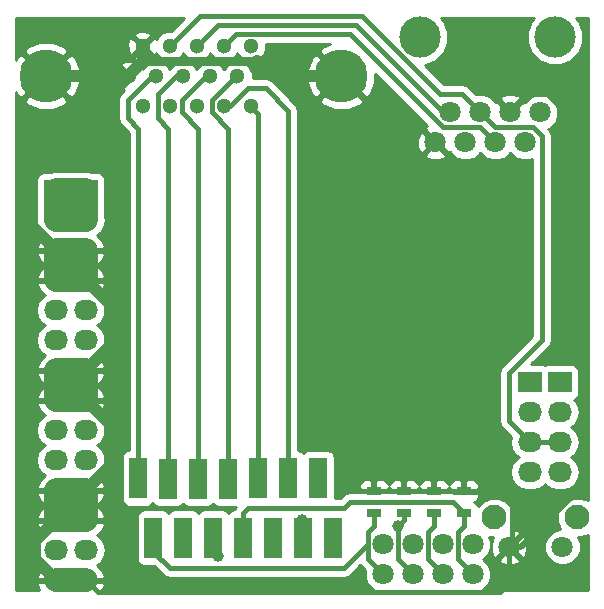
<source format=gtl>
G04 #@! TF.FileFunction,Copper,L1,Top,Signal*
%FSLAX46Y46*%
G04 Gerber Fmt 4.6, Leading zero omitted, Abs format (unit mm)*
G04 Created by KiCad (PCBNEW 4.0.0-2.201512091501+6195~38~ubuntu14.04.1-stable) date Wed 16 Dec 2015 16:01:55 GMT*
%MOMM*%
G01*
G04 APERTURE LIST*
%ADD10C,0.100000*%
%ADD11C,1.800000*%
%ADD12C,3.500000*%
%ADD13R,1.300000X0.700000*%
%ADD14C,2.100000*%
%ADD15C,1.300000*%
%ADD16C,4.500000*%
%ADD17R,2.032000X1.727200*%
%ADD18O,2.032000X1.727200*%
%ADD19R,1.500000X3.500000*%
%ADD20C,0.889000*%
%ADD21C,1.000000*%
%ADD22C,1.016000*%
%ADD23C,0.508000*%
%ADD24C,0.381000*%
%ADD25C,2.000000*%
%ADD26C,0.762000*%
%ADD27C,0.254000*%
G04 APERTURE END LIST*
D10*
D11*
X142621000Y-108712000D03*
X140081000Y-108712000D03*
X145161000Y-108712000D03*
X137541000Y-108712000D03*
X138811000Y-111252000D03*
X136271000Y-111252000D03*
X141351000Y-111252000D03*
X143891000Y-111252000D03*
D12*
X135001000Y-102362000D03*
X146431000Y-102362000D03*
D13*
X131064000Y-142682000D03*
X131064000Y-140782000D03*
X133604000Y-142682000D03*
X133604000Y-140782000D03*
X136144000Y-142682000D03*
X136144000Y-140782000D03*
X138684000Y-142682000D03*
X138684000Y-140782000D03*
D11*
X142530000Y-145522000D03*
X147030000Y-145522000D03*
D14*
X141280000Y-143022000D03*
X148280000Y-143022000D03*
D11*
X136906000Y-147828000D03*
X139446000Y-147828000D03*
X134366000Y-147828000D03*
X131826000Y-147828000D03*
X139446000Y-145288000D03*
X136906000Y-145288000D03*
X134366000Y-145288000D03*
X131826000Y-145288000D03*
D15*
X120654000Y-103124000D03*
X118364000Y-103124000D03*
X116074000Y-103124000D03*
X113784000Y-103124000D03*
X111494000Y-103124000D03*
X119514000Y-105664000D03*
X117224000Y-105664000D03*
X114934000Y-105664000D03*
X112644000Y-105664000D03*
X110354000Y-105664000D03*
X120654000Y-108204000D03*
X118364000Y-108204000D03*
X116074000Y-108204000D03*
X113784000Y-108204000D03*
X111494000Y-108204000D03*
D16*
X103329000Y-105664000D03*
X128319000Y-105664000D03*
D17*
X104140000Y-115316000D03*
D18*
X104140000Y-117856000D03*
X104140000Y-120396000D03*
X104140000Y-122936000D03*
X104140000Y-125476000D03*
X104140000Y-128016000D03*
X104140000Y-130556000D03*
X104140000Y-133096000D03*
X104140000Y-135636000D03*
X104140000Y-138176000D03*
X104140000Y-140716000D03*
X104140000Y-143256000D03*
X104140000Y-145796000D03*
X104140000Y-148336000D03*
D17*
X106680000Y-115316000D03*
D18*
X106680000Y-117856000D03*
X106680000Y-120396000D03*
X106680000Y-122936000D03*
X106680000Y-125476000D03*
X106680000Y-128016000D03*
X106680000Y-130556000D03*
X106680000Y-133096000D03*
X106680000Y-135636000D03*
X106680000Y-138176000D03*
X106680000Y-140716000D03*
X106680000Y-143256000D03*
X106680000Y-145796000D03*
X106680000Y-148336000D03*
D19*
X111125000Y-139700000D03*
X112395000Y-144740000D03*
X113665000Y-139740000D03*
X114935000Y-144740000D03*
X116205000Y-139740000D03*
X117475000Y-144740000D03*
X118745000Y-139740000D03*
X120015000Y-144740000D03*
X121285000Y-139700000D03*
X122555000Y-144740000D03*
X123825000Y-139700000D03*
X125095000Y-144780000D03*
X126365000Y-139700000D03*
X127635000Y-144780000D03*
D17*
X146812000Y-131572000D03*
D18*
X146812000Y-134112000D03*
X146812000Y-136652000D03*
X146812000Y-139192000D03*
D17*
X144272000Y-131572000D03*
D18*
X144272000Y-134112000D03*
X144272000Y-136652000D03*
X144272000Y-139192000D03*
D20*
X142748000Y-119634000D03*
X146558000Y-119634000D03*
D21*
X133096000Y-143764000D03*
X114935000Y-144740000D03*
X117856000Y-146304000D03*
X122555000Y-144740000D03*
X124968000Y-143256000D03*
X126365000Y-139700000D03*
X127635000Y-144780000D03*
D22*
X110354000Y-105664000D02*
X101600000Y-114418000D01*
X101600000Y-114418000D02*
X101600000Y-117856000D01*
X104140000Y-143256000D02*
X102362000Y-145034000D01*
X102362000Y-146558000D02*
X104140000Y-148336000D01*
X102362000Y-145034000D02*
X102362000Y-146558000D01*
X106680000Y-140716000D02*
X108712000Y-138684000D01*
X108712000Y-135128000D02*
X106680000Y-133096000D01*
X108712000Y-138684000D02*
X108712000Y-135128000D01*
X106680000Y-122936000D02*
X108712000Y-124968000D01*
X108712000Y-128524000D02*
X106680000Y-130556000D01*
X108712000Y-124968000D02*
X108712000Y-128524000D01*
X101600000Y-117856000D02*
X104140000Y-120396000D01*
X111494000Y-103124000D02*
X111494000Y-104394000D01*
X111494000Y-104394000D02*
X110354000Y-105534000D01*
X110354000Y-105534000D02*
X110354000Y-105664000D01*
D23*
X142621000Y-108712000D02*
X144145000Y-107188000D01*
X143530000Y-145522000D02*
X142530000Y-145522000D01*
X149098000Y-139954000D02*
X143530000Y-145522000D01*
X149098000Y-119634000D02*
X149098000Y-139954000D01*
X149098000Y-116586000D02*
X149098000Y-119634000D01*
X149098000Y-110490000D02*
X149098000Y-116586000D01*
X145796000Y-107188000D02*
X149098000Y-110490000D01*
X144145000Y-107188000D02*
X145796000Y-107188000D01*
D24*
X136144000Y-140782000D02*
X138684000Y-140782000D01*
X138684000Y-140782000D02*
X141798000Y-140782000D01*
X142748000Y-141732000D02*
X142748000Y-145304000D01*
X141798000Y-140782000D02*
X142748000Y-141732000D01*
X142748000Y-145304000D02*
X142530000Y-145522000D01*
X131064000Y-140782000D02*
X133604000Y-140782000D01*
X133604000Y-140782000D02*
X136144000Y-140782000D01*
X106680000Y-148336000D02*
X107696000Y-149352000D01*
X142530000Y-148554000D02*
X142530000Y-145522000D01*
X141732000Y-149352000D02*
X142530000Y-148554000D01*
X107696000Y-149352000D02*
X141732000Y-149352000D01*
D25*
X104140000Y-140716000D02*
X106680000Y-143256000D01*
X104140000Y-140716000D02*
X104140000Y-143256000D01*
X104140000Y-130556000D02*
X106680000Y-133096000D01*
X104140000Y-130556000D02*
X104140000Y-133096000D01*
X104140000Y-120396000D02*
X106680000Y-122936000D01*
X104140000Y-120396000D02*
X104140000Y-122936000D01*
X106680000Y-120396000D02*
X104140000Y-120396000D01*
X106680000Y-122936000D02*
X106680000Y-120396000D01*
X104140000Y-122936000D02*
X106680000Y-122936000D01*
X106680000Y-130556000D02*
X104140000Y-130556000D01*
X106680000Y-133096000D02*
X106680000Y-130556000D01*
X104140000Y-133096000D02*
X106680000Y-133096000D01*
X106680000Y-140716000D02*
X104140000Y-140716000D01*
X106680000Y-143256000D02*
X106680000Y-140716000D01*
X104140000Y-143256000D02*
X106680000Y-143256000D01*
X106680000Y-148336000D02*
X104140000Y-148336000D01*
D22*
X122428000Y-105664000D02*
X128319000Y-105664000D01*
D26*
X111494000Y-104394000D02*
X121158000Y-104394000D01*
D22*
X121158000Y-104394000D02*
X122428000Y-105664000D01*
X103329000Y-105664000D02*
X110354000Y-105664000D01*
D24*
X142748000Y-117602000D02*
X142748000Y-119634000D01*
X136271000Y-111252000D02*
X142748000Y-117602000D01*
X149098000Y-119634000D02*
X146558000Y-119634000D01*
D25*
X104140000Y-115316000D02*
X106680000Y-117856000D01*
X106680000Y-117856000D02*
X106680000Y-117856000D01*
X106680000Y-117856000D02*
X106680000Y-115316000D01*
X104140000Y-117856000D02*
X106680000Y-117856000D01*
X104140000Y-117856000D02*
X104140000Y-115316000D01*
X106680000Y-115316000D02*
X104140000Y-115316000D01*
D24*
X111125000Y-139700000D02*
X111125000Y-110109000D01*
X110236000Y-107696000D02*
X112268000Y-105664000D01*
X110236000Y-109220000D02*
X110236000Y-107696000D01*
X111125000Y-110109000D02*
X110236000Y-109220000D01*
X112268000Y-105664000D02*
X112644000Y-105664000D01*
X112395000Y-144740000D02*
X112395000Y-145923000D01*
X112395000Y-145923000D02*
X113792000Y-147320000D01*
X113792000Y-147320000D02*
X128524000Y-147320000D01*
X128524000Y-147320000D02*
X130556000Y-145288000D01*
X131064000Y-143764000D02*
X130556000Y-144272000D01*
X130556000Y-144272000D02*
X130556000Y-145288000D01*
X130556000Y-145288000D02*
X130556000Y-146558000D01*
X130556000Y-146558000D02*
X131826000Y-147828000D01*
X131064000Y-142682000D02*
X131064000Y-143764000D01*
X113665000Y-139740000D02*
X113665000Y-110109000D01*
X112776000Y-107188000D02*
X114300000Y-105664000D01*
X112776000Y-109220000D02*
X112776000Y-107188000D01*
X113665000Y-110109000D02*
X112776000Y-109220000D01*
X114300000Y-105664000D02*
X114934000Y-105664000D01*
X133604000Y-143256000D02*
X133096000Y-143764000D01*
X133096000Y-143764000D02*
X133096000Y-146558000D01*
X133096000Y-146558000D02*
X134366000Y-147828000D01*
X133604000Y-142682000D02*
X133604000Y-143256000D01*
X116840000Y-105664000D02*
X114808000Y-107696000D01*
X116205000Y-110109000D02*
X114808000Y-108712000D01*
X114808000Y-108712000D02*
X114808000Y-107696000D01*
X116205000Y-110109000D02*
X116205000Y-139740000D01*
X116840000Y-105664000D02*
X117224000Y-105664000D01*
X117475000Y-145923000D02*
X117856000Y-146304000D01*
X117475000Y-144740000D02*
X117475000Y-145923000D01*
X135636000Y-146558000D02*
X136906000Y-147828000D01*
X135636000Y-144272000D02*
X135636000Y-146558000D01*
X136144000Y-143764000D02*
X135636000Y-144272000D01*
X136144000Y-142682000D02*
X136144000Y-143764000D01*
X118745000Y-139740000D02*
X118745000Y-110109000D01*
X117348000Y-107696000D02*
X119380000Y-105664000D01*
X117348000Y-108712000D02*
X117348000Y-107696000D01*
X118745000Y-110109000D02*
X117348000Y-108712000D01*
X119380000Y-105664000D02*
X119514000Y-105664000D01*
X120396000Y-142240000D02*
X128524000Y-142240000D01*
X120015000Y-142621000D02*
X120396000Y-142240000D01*
X120015000Y-144740000D02*
X120015000Y-142621000D01*
X137734000Y-141732000D02*
X138684000Y-142682000D01*
X129032000Y-141732000D02*
X137734000Y-141732000D01*
X128524000Y-142240000D02*
X129032000Y-141732000D01*
X138684000Y-143764000D02*
X138176000Y-144272000D01*
X138176000Y-144272000D02*
X138176000Y-146558000D01*
X138176000Y-146558000D02*
X139446000Y-147828000D01*
X138684000Y-142682000D02*
X138684000Y-143764000D01*
X121285000Y-139700000D02*
X121285000Y-108835000D01*
X121285000Y-108835000D02*
X120654000Y-108204000D01*
X123825000Y-139700000D02*
X123825000Y-108585000D01*
X120396000Y-106680000D02*
X118872000Y-108204000D01*
X121920000Y-106680000D02*
X120396000Y-106680000D01*
X123825000Y-108585000D02*
X121920000Y-106680000D01*
X118872000Y-108204000D02*
X118364000Y-108204000D01*
X125095000Y-143383000D02*
X124968000Y-143256000D01*
X140081000Y-109982000D02*
X141351000Y-111252000D01*
X129032000Y-102108000D02*
X119380000Y-102108000D01*
X136906000Y-109982000D02*
X129032000Y-102108000D01*
X118364000Y-103124000D02*
X119380000Y-102108000D01*
X136906000Y-109982000D02*
X140081000Y-109982000D01*
X116332000Y-100584000D02*
X130048000Y-100584000D01*
X130048000Y-100584000D02*
X136652000Y-107188000D01*
X136652000Y-107188000D02*
X138557000Y-107188000D01*
X138557000Y-107188000D02*
X140081000Y-108712000D01*
X113792000Y-103124000D02*
X116332000Y-100584000D01*
X146812000Y-136652000D02*
X144272000Y-136652000D01*
X145288000Y-110744000D02*
X144526000Y-109982000D01*
X144526000Y-109982000D02*
X141351000Y-109982000D01*
X141351000Y-109982000D02*
X140081000Y-108712000D01*
X144272000Y-136652000D02*
X142494000Y-134874000D01*
X142494000Y-130810000D02*
X145288000Y-128016000D01*
X142494000Y-134874000D02*
X142494000Y-130810000D01*
X145288000Y-128016000D02*
X145288000Y-110744000D01*
X117856000Y-101346000D02*
X116074000Y-103124000D01*
X129540000Y-101346000D02*
X117856000Y-101346000D01*
X136906000Y-108712000D02*
X129540000Y-101346000D01*
X137541000Y-108712000D02*
X136906000Y-108712000D01*
D27*
G36*
X113909458Y-101839108D02*
X113529519Y-101838777D01*
X113057057Y-102033995D01*
X112695265Y-102395155D01*
X112645891Y-102514060D01*
X112623611Y-102460271D01*
X112393016Y-102404590D01*
X111673605Y-103124000D01*
X112393016Y-103843410D01*
X112623611Y-103787729D01*
X112643847Y-103729577D01*
X112693995Y-103850943D01*
X113055155Y-104212735D01*
X113527276Y-104408777D01*
X114038481Y-104409223D01*
X114510943Y-104214005D01*
X114872735Y-103852845D01*
X114928896Y-103717594D01*
X114983995Y-103850943D01*
X115345155Y-104212735D01*
X115817276Y-104408777D01*
X116328481Y-104409223D01*
X116800943Y-104214005D01*
X117162735Y-103852845D01*
X117218896Y-103717594D01*
X117273995Y-103850943D01*
X117635155Y-104212735D01*
X118107276Y-104408777D01*
X118618481Y-104409223D01*
X119090943Y-104214005D01*
X119452735Y-103852845D01*
X119508896Y-103717594D01*
X119563995Y-103850943D01*
X119925155Y-104212735D01*
X120397276Y-104408777D01*
X120908481Y-104409223D01*
X121380943Y-104214005D01*
X121742735Y-103852845D01*
X121938777Y-103380724D01*
X121939167Y-102933500D01*
X127366323Y-102933500D01*
X126694375Y-103211831D01*
X126443138Y-103608533D01*
X128319000Y-105484395D01*
X128333143Y-105470253D01*
X128512748Y-105649858D01*
X128498605Y-105664000D01*
X130374467Y-107539862D01*
X130771169Y-107288625D01*
X131206227Y-106226554D01*
X131203171Y-105446605D01*
X135608931Y-109852364D01*
X135456852Y-109915357D01*
X135370446Y-110171841D01*
X136271000Y-111072395D01*
X136285143Y-111058253D01*
X136464748Y-111237858D01*
X136450605Y-111252000D01*
X137351159Y-112152554D01*
X137501327Y-112101965D01*
X137508932Y-112120371D01*
X137940357Y-112552551D01*
X138504330Y-112786733D01*
X139114991Y-112787265D01*
X139679371Y-112554068D01*
X140081323Y-112152818D01*
X140480357Y-112552551D01*
X141044330Y-112786733D01*
X141654991Y-112787265D01*
X142219371Y-112554068D01*
X142621323Y-112152818D01*
X143020357Y-112552551D01*
X143584330Y-112786733D01*
X144194991Y-112787265D01*
X144462500Y-112676733D01*
X144462500Y-127674067D01*
X141910283Y-130226283D01*
X141731337Y-130494094D01*
X141731337Y-130494095D01*
X141668500Y-130810000D01*
X141668500Y-134874000D01*
X141731337Y-135189906D01*
X141910283Y-135457717D01*
X142674250Y-136221684D01*
X142588655Y-136652000D01*
X142702729Y-137225489D01*
X143027585Y-137711670D01*
X143342366Y-137922000D01*
X143027585Y-138132330D01*
X142702729Y-138618511D01*
X142588655Y-139192000D01*
X142702729Y-139765489D01*
X143027585Y-140251670D01*
X143513766Y-140576526D01*
X144087255Y-140690600D01*
X144456745Y-140690600D01*
X145030234Y-140576526D01*
X145516415Y-140251670D01*
X145542000Y-140213379D01*
X145567585Y-140251670D01*
X146053766Y-140576526D01*
X146627255Y-140690600D01*
X146996745Y-140690600D01*
X147570234Y-140576526D01*
X148056415Y-140251670D01*
X148381271Y-139765489D01*
X148495345Y-139192000D01*
X148381271Y-138618511D01*
X148056415Y-138132330D01*
X147741634Y-137922000D01*
X148056415Y-137711670D01*
X148381271Y-137225489D01*
X148495345Y-136652000D01*
X148381271Y-136078511D01*
X148056415Y-135592330D01*
X147741634Y-135382000D01*
X148056415Y-135171670D01*
X148381271Y-134685489D01*
X148495345Y-134112000D01*
X148381271Y-133538511D01*
X148056415Y-133052330D01*
X148042087Y-133042757D01*
X148063317Y-133038762D01*
X148279441Y-132899690D01*
X148424431Y-132687490D01*
X148475440Y-132435600D01*
X148475440Y-130708400D01*
X148431162Y-130473083D01*
X148292090Y-130256959D01*
X148079890Y-130111969D01*
X147828000Y-130060960D01*
X145796000Y-130060960D01*
X145560683Y-130105238D01*
X145544901Y-130115393D01*
X145539890Y-130111969D01*
X145288000Y-130060960D01*
X144410474Y-130060960D01*
X145871714Y-128599719D01*
X145871717Y-128599717D01*
X146050663Y-128331905D01*
X146113501Y-128016000D01*
X146113500Y-128015995D01*
X146113500Y-110744005D01*
X146113501Y-110744000D01*
X146050663Y-110428095D01*
X145999448Y-110351446D01*
X145871717Y-110160283D01*
X145871714Y-110160281D01*
X145814347Y-110102914D01*
X146029371Y-110014068D01*
X146461551Y-109582643D01*
X146695733Y-109018670D01*
X146696265Y-108408009D01*
X146463068Y-107843629D01*
X146031643Y-107411449D01*
X145467670Y-107177267D01*
X144857009Y-107176735D01*
X144292629Y-107409932D01*
X143860449Y-107841357D01*
X143851797Y-107862194D01*
X143701159Y-107811446D01*
X142800605Y-108712000D01*
X142814748Y-108726143D01*
X142635143Y-108905748D01*
X142621000Y-108891605D01*
X142606858Y-108905748D01*
X142427253Y-108726143D01*
X142441395Y-108712000D01*
X141540841Y-107811446D01*
X141390673Y-107862035D01*
X141383068Y-107843629D01*
X141171650Y-107631841D01*
X141720446Y-107631841D01*
X142621000Y-108532395D01*
X143521554Y-107631841D01*
X143435148Y-107375357D01*
X142861664Y-107165542D01*
X142251540Y-107191161D01*
X141806852Y-107375357D01*
X141720446Y-107631841D01*
X141171650Y-107631841D01*
X140951643Y-107411449D01*
X140387670Y-107177267D01*
X139777009Y-107176735D01*
X139731834Y-107195401D01*
X139140717Y-106604283D01*
X138872906Y-106425337D01*
X138557000Y-106362500D01*
X136993933Y-106362500D01*
X135378764Y-104747330D01*
X135473325Y-104747413D01*
X136350229Y-104385084D01*
X137021726Y-103714758D01*
X137385585Y-102838487D01*
X137386413Y-101889675D01*
X137024084Y-101012771D01*
X136772752Y-100761000D01*
X144658950Y-100761000D01*
X144410274Y-101009242D01*
X144046415Y-101885513D01*
X144045587Y-102834325D01*
X144407916Y-103711229D01*
X145078242Y-104382726D01*
X145954513Y-104746585D01*
X146903325Y-104747413D01*
X147780229Y-104385084D01*
X148451726Y-103714758D01*
X148815585Y-102838487D01*
X148816413Y-101889675D01*
X148454084Y-101012771D01*
X148202752Y-100761000D01*
X149175000Y-100761000D01*
X149175000Y-141569146D01*
X148616638Y-141337293D01*
X147946303Y-141336708D01*
X147326771Y-141592694D01*
X146852360Y-142066278D01*
X146595293Y-142685362D01*
X146594708Y-143355697D01*
X146850694Y-143975229D01*
X146862298Y-143986854D01*
X146726009Y-143986735D01*
X146161629Y-144219932D01*
X145729449Y-144651357D01*
X145495267Y-145215330D01*
X145494735Y-145825991D01*
X145727932Y-146390371D01*
X146159357Y-146822551D01*
X146723330Y-147056733D01*
X147333991Y-147057265D01*
X147898371Y-146824068D01*
X148330551Y-146392643D01*
X148564733Y-145828670D01*
X148565265Y-145218009D01*
X148354148Y-144707065D01*
X148613697Y-144707292D01*
X149175000Y-144475366D01*
X149175000Y-149175000D01*
X140205627Y-149175000D01*
X140314371Y-149130068D01*
X140746551Y-148698643D01*
X140980733Y-148134670D01*
X140981265Y-147524009D01*
X140748068Y-146959629D01*
X140391223Y-146602159D01*
X141629446Y-146602159D01*
X141715852Y-146858643D01*
X142289336Y-147068458D01*
X142899460Y-147042839D01*
X143344148Y-146858643D01*
X143430554Y-146602159D01*
X142530000Y-145701605D01*
X141629446Y-146602159D01*
X140391223Y-146602159D01*
X140346818Y-146557677D01*
X140746551Y-146158643D01*
X140980733Y-145594670D01*
X140981265Y-144984009D01*
X140850806Y-144668274D01*
X140943362Y-144706707D01*
X141196101Y-144706928D01*
X141193357Y-144707852D01*
X140983542Y-145281336D01*
X141009161Y-145891460D01*
X141193357Y-146336148D01*
X141449841Y-146422554D01*
X142350395Y-145522000D01*
X142709605Y-145522000D01*
X143610159Y-146422554D01*
X143866643Y-146336148D01*
X144076458Y-145762664D01*
X144050839Y-145152540D01*
X143866643Y-144707852D01*
X143610159Y-144621446D01*
X142709605Y-145522000D01*
X142350395Y-145522000D01*
X142336253Y-145507858D01*
X142515858Y-145328253D01*
X142530000Y-145342395D01*
X143430554Y-144441841D01*
X143344148Y-144185357D01*
X142770664Y-143975542D01*
X142707152Y-143978209D01*
X142707640Y-143977722D01*
X142964707Y-143358638D01*
X142965292Y-142688303D01*
X142709306Y-142068771D01*
X142235722Y-141594360D01*
X141616638Y-141337293D01*
X140946303Y-141336708D01*
X140326771Y-141592694D01*
X139892081Y-142026626D01*
X139798090Y-141880559D01*
X139585890Y-141735569D01*
X139552510Y-141728809D01*
X139693699Y-141670327D01*
X139872327Y-141491698D01*
X139969000Y-141258309D01*
X139969000Y-141067750D01*
X139810250Y-140909000D01*
X138811000Y-140909000D01*
X138811000Y-140929000D01*
X138557000Y-140929000D01*
X138557000Y-140909000D01*
X137746568Y-140909000D01*
X137734000Y-140906500D01*
X129032000Y-140906500D01*
X128716095Y-140969337D01*
X128448283Y-141148283D01*
X128448281Y-141148286D01*
X128182066Y-141414500D01*
X127762440Y-141414500D01*
X127762440Y-140305691D01*
X129779000Y-140305691D01*
X129779000Y-140496250D01*
X129937750Y-140655000D01*
X130937000Y-140655000D01*
X130937000Y-139955750D01*
X131191000Y-139955750D01*
X131191000Y-140655000D01*
X132190250Y-140655000D01*
X132334000Y-140511250D01*
X132477750Y-140655000D01*
X133477000Y-140655000D01*
X133477000Y-139955750D01*
X133731000Y-139955750D01*
X133731000Y-140655000D01*
X134730250Y-140655000D01*
X134874000Y-140511250D01*
X135017750Y-140655000D01*
X136017000Y-140655000D01*
X136017000Y-139955750D01*
X136271000Y-139955750D01*
X136271000Y-140655000D01*
X137270250Y-140655000D01*
X137414000Y-140511250D01*
X137557750Y-140655000D01*
X138557000Y-140655000D01*
X138557000Y-139955750D01*
X138811000Y-139955750D01*
X138811000Y-140655000D01*
X139810250Y-140655000D01*
X139969000Y-140496250D01*
X139969000Y-140305691D01*
X139872327Y-140072302D01*
X139693699Y-139893673D01*
X139460310Y-139797000D01*
X138969750Y-139797000D01*
X138811000Y-139955750D01*
X138557000Y-139955750D01*
X138398250Y-139797000D01*
X137907690Y-139797000D01*
X137674301Y-139893673D01*
X137495673Y-140072302D01*
X137414000Y-140269478D01*
X137332327Y-140072302D01*
X137153699Y-139893673D01*
X136920310Y-139797000D01*
X136429750Y-139797000D01*
X136271000Y-139955750D01*
X136017000Y-139955750D01*
X135858250Y-139797000D01*
X135367690Y-139797000D01*
X135134301Y-139893673D01*
X134955673Y-140072302D01*
X134874000Y-140269478D01*
X134792327Y-140072302D01*
X134613699Y-139893673D01*
X134380310Y-139797000D01*
X133889750Y-139797000D01*
X133731000Y-139955750D01*
X133477000Y-139955750D01*
X133318250Y-139797000D01*
X132827690Y-139797000D01*
X132594301Y-139893673D01*
X132415673Y-140072302D01*
X132334000Y-140269478D01*
X132252327Y-140072302D01*
X132073699Y-139893673D01*
X131840310Y-139797000D01*
X131349750Y-139797000D01*
X131191000Y-139955750D01*
X130937000Y-139955750D01*
X130778250Y-139797000D01*
X130287690Y-139797000D01*
X130054301Y-139893673D01*
X129875673Y-140072302D01*
X129779000Y-140305691D01*
X127762440Y-140305691D01*
X127762440Y-137950000D01*
X127718162Y-137714683D01*
X127579090Y-137498559D01*
X127366890Y-137353569D01*
X127115000Y-137302560D01*
X125615000Y-137302560D01*
X125379683Y-137346838D01*
X125163559Y-137485910D01*
X125095266Y-137585860D01*
X125039090Y-137498559D01*
X124826890Y-137353569D01*
X124650500Y-137317849D01*
X124650500Y-112332159D01*
X135370446Y-112332159D01*
X135456852Y-112588643D01*
X136030336Y-112798458D01*
X136640460Y-112772839D01*
X137085148Y-112588643D01*
X137171554Y-112332159D01*
X136271000Y-111431605D01*
X135370446Y-112332159D01*
X124650500Y-112332159D01*
X124650500Y-111011336D01*
X134724542Y-111011336D01*
X134750161Y-111621460D01*
X134934357Y-112066148D01*
X135190841Y-112152554D01*
X136091395Y-111252000D01*
X135190841Y-110351446D01*
X134934357Y-110437852D01*
X134724542Y-111011336D01*
X124650500Y-111011336D01*
X124650500Y-108585005D01*
X124650501Y-108585000D01*
X124587663Y-108269095D01*
X124408717Y-108001283D01*
X124126901Y-107719467D01*
X126443138Y-107719467D01*
X126694375Y-108116169D01*
X127756446Y-108551227D01*
X128904162Y-108546730D01*
X129943625Y-108116169D01*
X130194862Y-107719467D01*
X128319000Y-105843605D01*
X126443138Y-107719467D01*
X124126901Y-107719467D01*
X122503717Y-106096283D01*
X122235906Y-105917337D01*
X121920000Y-105854500D01*
X120798835Y-105854500D01*
X120799223Y-105409519D01*
X120671930Y-105101446D01*
X125431773Y-105101446D01*
X125436270Y-106249162D01*
X125866831Y-107288625D01*
X126263533Y-107539862D01*
X128139395Y-105664000D01*
X126263533Y-103788138D01*
X125866831Y-104039375D01*
X125431773Y-105101446D01*
X120671930Y-105101446D01*
X120604005Y-104937057D01*
X120242845Y-104575265D01*
X119770724Y-104379223D01*
X119259519Y-104378777D01*
X118787057Y-104573995D01*
X118425265Y-104935155D01*
X118369104Y-105070406D01*
X118314005Y-104937057D01*
X117952845Y-104575265D01*
X117480724Y-104379223D01*
X116969519Y-104378777D01*
X116497057Y-104573995D01*
X116135265Y-104935155D01*
X116079104Y-105070406D01*
X116024005Y-104937057D01*
X115662845Y-104575265D01*
X115190724Y-104379223D01*
X114679519Y-104378777D01*
X114207057Y-104573995D01*
X113845265Y-104935155D01*
X113811390Y-105016734D01*
X113776547Y-105040016D01*
X113734005Y-104937057D01*
X113372845Y-104575265D01*
X112900724Y-104379223D01*
X112389519Y-104378777D01*
X111917057Y-104573995D01*
X111555265Y-104935155D01*
X111505891Y-105054060D01*
X111483611Y-105000271D01*
X111253016Y-104944590D01*
X110533605Y-105664000D01*
X110547748Y-105678142D01*
X110368142Y-105857748D01*
X110354000Y-105843605D01*
X109634590Y-106563016D01*
X109690271Y-106793611D01*
X109898495Y-106866071D01*
X109652283Y-107112283D01*
X109473337Y-107380094D01*
X109425561Y-107620283D01*
X109410500Y-107696000D01*
X109410500Y-109220000D01*
X109473337Y-109535906D01*
X109652283Y-109803717D01*
X110299500Y-110450934D01*
X110299500Y-137316766D01*
X110139683Y-137346838D01*
X109923559Y-137485910D01*
X109778569Y-137698110D01*
X109727560Y-137950000D01*
X109727560Y-141450000D01*
X109771838Y-141685317D01*
X109910910Y-141901441D01*
X110123110Y-142046431D01*
X110375000Y-142097440D01*
X111875000Y-142097440D01*
X112110317Y-142053162D01*
X112326441Y-141914090D01*
X112381478Y-141833541D01*
X112450910Y-141941441D01*
X112663110Y-142086431D01*
X112915000Y-142137440D01*
X114415000Y-142137440D01*
X114650317Y-142093162D01*
X114866441Y-141954090D01*
X114934734Y-141854140D01*
X114990910Y-141941441D01*
X115203110Y-142086431D01*
X115455000Y-142137440D01*
X116955000Y-142137440D01*
X117190317Y-142093162D01*
X117406441Y-141954090D01*
X117474734Y-141854140D01*
X117530910Y-141941441D01*
X117743110Y-142086431D01*
X117995000Y-142137440D01*
X119364360Y-142137440D01*
X119252337Y-142305094D01*
X119244102Y-142346492D01*
X119029683Y-142386838D01*
X118813559Y-142525910D01*
X118745266Y-142625860D01*
X118689090Y-142538559D01*
X118476890Y-142393569D01*
X118225000Y-142342560D01*
X116725000Y-142342560D01*
X116489683Y-142386838D01*
X116273559Y-142525910D01*
X116205266Y-142625860D01*
X116149090Y-142538559D01*
X115936890Y-142393569D01*
X115685000Y-142342560D01*
X114185000Y-142342560D01*
X113949683Y-142386838D01*
X113733559Y-142525910D01*
X113665266Y-142625860D01*
X113609090Y-142538559D01*
X113396890Y-142393569D01*
X113145000Y-142342560D01*
X111645000Y-142342560D01*
X111409683Y-142386838D01*
X111193559Y-142525910D01*
X111048569Y-142738110D01*
X110997560Y-142990000D01*
X110997560Y-146490000D01*
X111041838Y-146725317D01*
X111180910Y-146941441D01*
X111393110Y-147086431D01*
X111645000Y-147137440D01*
X112442006Y-147137440D01*
X113208281Y-147903714D01*
X113208283Y-147903717D01*
X113317920Y-147976974D01*
X113476094Y-148082663D01*
X113792000Y-148145500D01*
X128524000Y-148145500D01*
X128839906Y-148082663D01*
X129107717Y-147903717D01*
X129931201Y-147080233D01*
X129972283Y-147141717D01*
X130309056Y-147478490D01*
X130291267Y-147521330D01*
X130290735Y-148131991D01*
X130523932Y-148696371D01*
X130955357Y-149128551D01*
X131067219Y-149175000D01*
X108061097Y-149175000D01*
X108284709Y-148710791D01*
X108287358Y-148695026D01*
X108166217Y-148463000D01*
X106807000Y-148463000D01*
X106807000Y-148483000D01*
X106553000Y-148483000D01*
X106553000Y-148463000D01*
X104267000Y-148463000D01*
X104267000Y-148483000D01*
X104013000Y-148483000D01*
X104013000Y-148463000D01*
X102653783Y-148463000D01*
X102532642Y-148695026D01*
X102535291Y-148710791D01*
X102758903Y-149175000D01*
X100761000Y-149175000D01*
X100761000Y-145796000D01*
X102456655Y-145796000D01*
X102570729Y-146369489D01*
X102895585Y-146855670D01*
X103205069Y-147062461D01*
X102789268Y-147433964D01*
X102535291Y-147961209D01*
X102532642Y-147976974D01*
X102653783Y-148209000D01*
X104013000Y-148209000D01*
X104013000Y-148189000D01*
X104267000Y-148189000D01*
X104267000Y-148209000D01*
X106553000Y-148209000D01*
X106553000Y-148189000D01*
X106807000Y-148189000D01*
X106807000Y-148209000D01*
X108166217Y-148209000D01*
X108287358Y-147976974D01*
X108284709Y-147961209D01*
X108030732Y-147433964D01*
X107614931Y-147062461D01*
X107924415Y-146855670D01*
X108249271Y-146369489D01*
X108363345Y-145796000D01*
X108249271Y-145222511D01*
X107924415Y-144736330D01*
X107614931Y-144529539D01*
X108030732Y-144158036D01*
X108284709Y-143630791D01*
X108287358Y-143615026D01*
X108166217Y-143383000D01*
X106807000Y-143383000D01*
X106807000Y-143403000D01*
X106553000Y-143403000D01*
X106553000Y-143383000D01*
X104267000Y-143383000D01*
X104267000Y-143403000D01*
X104013000Y-143403000D01*
X104013000Y-143383000D01*
X102653783Y-143383000D01*
X102532642Y-143615026D01*
X102535291Y-143630791D01*
X102789268Y-144158036D01*
X103205069Y-144529539D01*
X102895585Y-144736330D01*
X102570729Y-145222511D01*
X102456655Y-145796000D01*
X100761000Y-145796000D01*
X100761000Y-141075026D01*
X102532642Y-141075026D01*
X102535291Y-141090791D01*
X102789268Y-141618036D01*
X103201108Y-141986000D01*
X102789268Y-142353964D01*
X102535291Y-142881209D01*
X102532642Y-142896974D01*
X102653783Y-143129000D01*
X104013000Y-143129000D01*
X104013000Y-140843000D01*
X104267000Y-140843000D01*
X104267000Y-143129000D01*
X106553000Y-143129000D01*
X106553000Y-140843000D01*
X106807000Y-140843000D01*
X106807000Y-143129000D01*
X108166217Y-143129000D01*
X108287358Y-142896974D01*
X108284709Y-142881209D01*
X108030732Y-142353964D01*
X107618892Y-141986000D01*
X108030732Y-141618036D01*
X108284709Y-141090791D01*
X108287358Y-141075026D01*
X108166217Y-140843000D01*
X106807000Y-140843000D01*
X106553000Y-140843000D01*
X104267000Y-140843000D01*
X104013000Y-140843000D01*
X102653783Y-140843000D01*
X102532642Y-141075026D01*
X100761000Y-141075026D01*
X100761000Y-135636000D01*
X102456655Y-135636000D01*
X102570729Y-136209489D01*
X102895585Y-136695670D01*
X103210366Y-136906000D01*
X102895585Y-137116330D01*
X102570729Y-137602511D01*
X102456655Y-138176000D01*
X102570729Y-138749489D01*
X102895585Y-139235670D01*
X103205069Y-139442461D01*
X102789268Y-139813964D01*
X102535291Y-140341209D01*
X102532642Y-140356974D01*
X102653783Y-140589000D01*
X104013000Y-140589000D01*
X104013000Y-140569000D01*
X104267000Y-140569000D01*
X104267000Y-140589000D01*
X106553000Y-140589000D01*
X106553000Y-140569000D01*
X106807000Y-140569000D01*
X106807000Y-140589000D01*
X108166217Y-140589000D01*
X108287358Y-140356974D01*
X108284709Y-140341209D01*
X108030732Y-139813964D01*
X107614931Y-139442461D01*
X107924415Y-139235670D01*
X108249271Y-138749489D01*
X108363345Y-138176000D01*
X108249271Y-137602511D01*
X107924415Y-137116330D01*
X107609634Y-136906000D01*
X107924415Y-136695670D01*
X108249271Y-136209489D01*
X108363345Y-135636000D01*
X108249271Y-135062511D01*
X107924415Y-134576330D01*
X107614931Y-134369539D01*
X108030732Y-133998036D01*
X108284709Y-133470791D01*
X108287358Y-133455026D01*
X108166217Y-133223000D01*
X106807000Y-133223000D01*
X106807000Y-133243000D01*
X106553000Y-133243000D01*
X106553000Y-133223000D01*
X104267000Y-133223000D01*
X104267000Y-133243000D01*
X104013000Y-133243000D01*
X104013000Y-133223000D01*
X102653783Y-133223000D01*
X102532642Y-133455026D01*
X102535291Y-133470791D01*
X102789268Y-133998036D01*
X103205069Y-134369539D01*
X102895585Y-134576330D01*
X102570729Y-135062511D01*
X102456655Y-135636000D01*
X100761000Y-135636000D01*
X100761000Y-130915026D01*
X102532642Y-130915026D01*
X102535291Y-130930791D01*
X102789268Y-131458036D01*
X103201108Y-131826000D01*
X102789268Y-132193964D01*
X102535291Y-132721209D01*
X102532642Y-132736974D01*
X102653783Y-132969000D01*
X104013000Y-132969000D01*
X104013000Y-130683000D01*
X104267000Y-130683000D01*
X104267000Y-132969000D01*
X106553000Y-132969000D01*
X106553000Y-130683000D01*
X106807000Y-130683000D01*
X106807000Y-132969000D01*
X108166217Y-132969000D01*
X108287358Y-132736974D01*
X108284709Y-132721209D01*
X108030732Y-132193964D01*
X107618892Y-131826000D01*
X108030732Y-131458036D01*
X108284709Y-130930791D01*
X108287358Y-130915026D01*
X108166217Y-130683000D01*
X106807000Y-130683000D01*
X106553000Y-130683000D01*
X104267000Y-130683000D01*
X104013000Y-130683000D01*
X102653783Y-130683000D01*
X102532642Y-130915026D01*
X100761000Y-130915026D01*
X100761000Y-125476000D01*
X102456655Y-125476000D01*
X102570729Y-126049489D01*
X102895585Y-126535670D01*
X103210366Y-126746000D01*
X102895585Y-126956330D01*
X102570729Y-127442511D01*
X102456655Y-128016000D01*
X102570729Y-128589489D01*
X102895585Y-129075670D01*
X103205069Y-129282461D01*
X102789268Y-129653964D01*
X102535291Y-130181209D01*
X102532642Y-130196974D01*
X102653783Y-130429000D01*
X104013000Y-130429000D01*
X104013000Y-130409000D01*
X104267000Y-130409000D01*
X104267000Y-130429000D01*
X106553000Y-130429000D01*
X106553000Y-130409000D01*
X106807000Y-130409000D01*
X106807000Y-130429000D01*
X108166217Y-130429000D01*
X108287358Y-130196974D01*
X108284709Y-130181209D01*
X108030732Y-129653964D01*
X107614931Y-129282461D01*
X107924415Y-129075670D01*
X108249271Y-128589489D01*
X108363345Y-128016000D01*
X108249271Y-127442511D01*
X107924415Y-126956330D01*
X107609634Y-126746000D01*
X107924415Y-126535670D01*
X108249271Y-126049489D01*
X108363345Y-125476000D01*
X108249271Y-124902511D01*
X107924415Y-124416330D01*
X107614931Y-124209539D01*
X108030732Y-123838036D01*
X108284709Y-123310791D01*
X108287358Y-123295026D01*
X108166217Y-123063000D01*
X106807000Y-123063000D01*
X106807000Y-123083000D01*
X106553000Y-123083000D01*
X106553000Y-123063000D01*
X104267000Y-123063000D01*
X104267000Y-123083000D01*
X104013000Y-123083000D01*
X104013000Y-123063000D01*
X102653783Y-123063000D01*
X102532642Y-123295026D01*
X102535291Y-123310791D01*
X102789268Y-123838036D01*
X103205069Y-124209539D01*
X102895585Y-124416330D01*
X102570729Y-124902511D01*
X102456655Y-125476000D01*
X100761000Y-125476000D01*
X100761000Y-120755026D01*
X102532642Y-120755026D01*
X102535291Y-120770791D01*
X102789268Y-121298036D01*
X103201108Y-121666000D01*
X102789268Y-122033964D01*
X102535291Y-122561209D01*
X102532642Y-122576974D01*
X102653783Y-122809000D01*
X104013000Y-122809000D01*
X104013000Y-120523000D01*
X104267000Y-120523000D01*
X104267000Y-122809000D01*
X106553000Y-122809000D01*
X106553000Y-120523000D01*
X106807000Y-120523000D01*
X106807000Y-122809000D01*
X108166217Y-122809000D01*
X108287358Y-122576974D01*
X108284709Y-122561209D01*
X108030732Y-122033964D01*
X107618892Y-121666000D01*
X108030732Y-121298036D01*
X108284709Y-120770791D01*
X108287358Y-120755026D01*
X108166217Y-120523000D01*
X106807000Y-120523000D01*
X106553000Y-120523000D01*
X104267000Y-120523000D01*
X104013000Y-120523000D01*
X102653783Y-120523000D01*
X102532642Y-120755026D01*
X100761000Y-120755026D01*
X100761000Y-117856000D01*
X102456655Y-117856000D01*
X102570729Y-118429489D01*
X102895585Y-118915670D01*
X102938670Y-118944459D01*
X102983880Y-119012120D01*
X103181086Y-119143889D01*
X102789268Y-119493964D01*
X102535291Y-120021209D01*
X102532642Y-120036974D01*
X102653783Y-120269000D01*
X104013000Y-120269000D01*
X104013000Y-120249000D01*
X104267000Y-120249000D01*
X104267000Y-120269000D01*
X106553000Y-120269000D01*
X106553000Y-120249000D01*
X106807000Y-120249000D01*
X106807000Y-120269000D01*
X108166217Y-120269000D01*
X108287358Y-120036974D01*
X108284709Y-120021209D01*
X108030732Y-119493964D01*
X107638914Y-119143889D01*
X107836120Y-119012120D01*
X107881330Y-118944459D01*
X107924415Y-118915670D01*
X108249271Y-118429489D01*
X108363345Y-117856000D01*
X108315000Y-117612953D01*
X108315000Y-116320041D01*
X108343440Y-116179600D01*
X108343440Y-114452400D01*
X108299162Y-114217083D01*
X108160090Y-114000959D01*
X107947890Y-113855969D01*
X107696000Y-113804960D01*
X107303188Y-113804960D01*
X106680000Y-113681000D01*
X104140005Y-113681000D01*
X104140000Y-113680999D01*
X103516811Y-113804960D01*
X103124000Y-113804960D01*
X102888683Y-113849238D01*
X102672559Y-113988310D01*
X102527569Y-114200510D01*
X102476560Y-114452400D01*
X102476560Y-116179600D01*
X102505000Y-116330745D01*
X102505000Y-117612953D01*
X102456655Y-117856000D01*
X100761000Y-117856000D01*
X100761000Y-107719467D01*
X101453138Y-107719467D01*
X101704375Y-108116169D01*
X102766446Y-108551227D01*
X103914162Y-108546730D01*
X104953625Y-108116169D01*
X105204862Y-107719467D01*
X103329000Y-105843605D01*
X101453138Y-107719467D01*
X100761000Y-107719467D01*
X100761000Y-107008985D01*
X100876831Y-107288625D01*
X101273533Y-107539862D01*
X103149395Y-105664000D01*
X103508605Y-105664000D01*
X105384467Y-107539862D01*
X105781169Y-107288625D01*
X106216227Y-106226554D01*
X106213314Y-105483078D01*
X109056378Y-105483078D01*
X109085917Y-105993428D01*
X109224389Y-106327729D01*
X109454984Y-106383410D01*
X110174395Y-105664000D01*
X109454984Y-104944590D01*
X109224389Y-105000271D01*
X109056378Y-105483078D01*
X106213314Y-105483078D01*
X106211730Y-105078838D01*
X106081728Y-104764984D01*
X109634590Y-104764984D01*
X110354000Y-105484395D01*
X111073410Y-104764984D01*
X111017729Y-104534389D01*
X110534922Y-104366378D01*
X110024572Y-104395917D01*
X109690271Y-104534389D01*
X109634590Y-104764984D01*
X106081728Y-104764984D01*
X105781169Y-104039375D01*
X105755339Y-104023016D01*
X110774590Y-104023016D01*
X110830271Y-104253611D01*
X111313078Y-104421622D01*
X111823428Y-104392083D01*
X112157729Y-104253611D01*
X112213410Y-104023016D01*
X111494000Y-103303605D01*
X110774590Y-104023016D01*
X105755339Y-104023016D01*
X105384467Y-103788138D01*
X103508605Y-105664000D01*
X103149395Y-105664000D01*
X101273533Y-103788138D01*
X100876831Y-104039375D01*
X100761000Y-104322144D01*
X100761000Y-103608533D01*
X101453138Y-103608533D01*
X103329000Y-105484395D01*
X105204862Y-103608533D01*
X104953625Y-103211831D01*
X104297541Y-102943078D01*
X110196378Y-102943078D01*
X110225917Y-103453428D01*
X110364389Y-103787729D01*
X110594984Y-103843410D01*
X111314395Y-103124000D01*
X110594984Y-102404590D01*
X110364389Y-102460271D01*
X110196378Y-102943078D01*
X104297541Y-102943078D01*
X103891554Y-102776773D01*
X102743838Y-102781270D01*
X101704375Y-103211831D01*
X101453138Y-103608533D01*
X100761000Y-103608533D01*
X100761000Y-102224984D01*
X110774590Y-102224984D01*
X111494000Y-102944395D01*
X112213410Y-102224984D01*
X112157729Y-101994389D01*
X111674922Y-101826378D01*
X111164572Y-101855917D01*
X110830271Y-101994389D01*
X110774590Y-102224984D01*
X100761000Y-102224984D01*
X100761000Y-100761000D01*
X114987567Y-100761000D01*
X113909458Y-101839108D01*
X113909458Y-101839108D01*
G37*
X113909458Y-101839108D02*
X113529519Y-101838777D01*
X113057057Y-102033995D01*
X112695265Y-102395155D01*
X112645891Y-102514060D01*
X112623611Y-102460271D01*
X112393016Y-102404590D01*
X111673605Y-103124000D01*
X112393016Y-103843410D01*
X112623611Y-103787729D01*
X112643847Y-103729577D01*
X112693995Y-103850943D01*
X113055155Y-104212735D01*
X113527276Y-104408777D01*
X114038481Y-104409223D01*
X114510943Y-104214005D01*
X114872735Y-103852845D01*
X114928896Y-103717594D01*
X114983995Y-103850943D01*
X115345155Y-104212735D01*
X115817276Y-104408777D01*
X116328481Y-104409223D01*
X116800943Y-104214005D01*
X117162735Y-103852845D01*
X117218896Y-103717594D01*
X117273995Y-103850943D01*
X117635155Y-104212735D01*
X118107276Y-104408777D01*
X118618481Y-104409223D01*
X119090943Y-104214005D01*
X119452735Y-103852845D01*
X119508896Y-103717594D01*
X119563995Y-103850943D01*
X119925155Y-104212735D01*
X120397276Y-104408777D01*
X120908481Y-104409223D01*
X121380943Y-104214005D01*
X121742735Y-103852845D01*
X121938777Y-103380724D01*
X121939167Y-102933500D01*
X127366323Y-102933500D01*
X126694375Y-103211831D01*
X126443138Y-103608533D01*
X128319000Y-105484395D01*
X128333143Y-105470253D01*
X128512748Y-105649858D01*
X128498605Y-105664000D01*
X130374467Y-107539862D01*
X130771169Y-107288625D01*
X131206227Y-106226554D01*
X131203171Y-105446605D01*
X135608931Y-109852364D01*
X135456852Y-109915357D01*
X135370446Y-110171841D01*
X136271000Y-111072395D01*
X136285143Y-111058253D01*
X136464748Y-111237858D01*
X136450605Y-111252000D01*
X137351159Y-112152554D01*
X137501327Y-112101965D01*
X137508932Y-112120371D01*
X137940357Y-112552551D01*
X138504330Y-112786733D01*
X139114991Y-112787265D01*
X139679371Y-112554068D01*
X140081323Y-112152818D01*
X140480357Y-112552551D01*
X141044330Y-112786733D01*
X141654991Y-112787265D01*
X142219371Y-112554068D01*
X142621323Y-112152818D01*
X143020357Y-112552551D01*
X143584330Y-112786733D01*
X144194991Y-112787265D01*
X144462500Y-112676733D01*
X144462500Y-127674067D01*
X141910283Y-130226283D01*
X141731337Y-130494094D01*
X141731337Y-130494095D01*
X141668500Y-130810000D01*
X141668500Y-134874000D01*
X141731337Y-135189906D01*
X141910283Y-135457717D01*
X142674250Y-136221684D01*
X142588655Y-136652000D01*
X142702729Y-137225489D01*
X143027585Y-137711670D01*
X143342366Y-137922000D01*
X143027585Y-138132330D01*
X142702729Y-138618511D01*
X142588655Y-139192000D01*
X142702729Y-139765489D01*
X143027585Y-140251670D01*
X143513766Y-140576526D01*
X144087255Y-140690600D01*
X144456745Y-140690600D01*
X145030234Y-140576526D01*
X145516415Y-140251670D01*
X145542000Y-140213379D01*
X145567585Y-140251670D01*
X146053766Y-140576526D01*
X146627255Y-140690600D01*
X146996745Y-140690600D01*
X147570234Y-140576526D01*
X148056415Y-140251670D01*
X148381271Y-139765489D01*
X148495345Y-139192000D01*
X148381271Y-138618511D01*
X148056415Y-138132330D01*
X147741634Y-137922000D01*
X148056415Y-137711670D01*
X148381271Y-137225489D01*
X148495345Y-136652000D01*
X148381271Y-136078511D01*
X148056415Y-135592330D01*
X147741634Y-135382000D01*
X148056415Y-135171670D01*
X148381271Y-134685489D01*
X148495345Y-134112000D01*
X148381271Y-133538511D01*
X148056415Y-133052330D01*
X148042087Y-133042757D01*
X148063317Y-133038762D01*
X148279441Y-132899690D01*
X148424431Y-132687490D01*
X148475440Y-132435600D01*
X148475440Y-130708400D01*
X148431162Y-130473083D01*
X148292090Y-130256959D01*
X148079890Y-130111969D01*
X147828000Y-130060960D01*
X145796000Y-130060960D01*
X145560683Y-130105238D01*
X145544901Y-130115393D01*
X145539890Y-130111969D01*
X145288000Y-130060960D01*
X144410474Y-130060960D01*
X145871714Y-128599719D01*
X145871717Y-128599717D01*
X146050663Y-128331905D01*
X146113501Y-128016000D01*
X146113500Y-128015995D01*
X146113500Y-110744005D01*
X146113501Y-110744000D01*
X146050663Y-110428095D01*
X145999448Y-110351446D01*
X145871717Y-110160283D01*
X145871714Y-110160281D01*
X145814347Y-110102914D01*
X146029371Y-110014068D01*
X146461551Y-109582643D01*
X146695733Y-109018670D01*
X146696265Y-108408009D01*
X146463068Y-107843629D01*
X146031643Y-107411449D01*
X145467670Y-107177267D01*
X144857009Y-107176735D01*
X144292629Y-107409932D01*
X143860449Y-107841357D01*
X143851797Y-107862194D01*
X143701159Y-107811446D01*
X142800605Y-108712000D01*
X142814748Y-108726143D01*
X142635143Y-108905748D01*
X142621000Y-108891605D01*
X142606858Y-108905748D01*
X142427253Y-108726143D01*
X142441395Y-108712000D01*
X141540841Y-107811446D01*
X141390673Y-107862035D01*
X141383068Y-107843629D01*
X141171650Y-107631841D01*
X141720446Y-107631841D01*
X142621000Y-108532395D01*
X143521554Y-107631841D01*
X143435148Y-107375357D01*
X142861664Y-107165542D01*
X142251540Y-107191161D01*
X141806852Y-107375357D01*
X141720446Y-107631841D01*
X141171650Y-107631841D01*
X140951643Y-107411449D01*
X140387670Y-107177267D01*
X139777009Y-107176735D01*
X139731834Y-107195401D01*
X139140717Y-106604283D01*
X138872906Y-106425337D01*
X138557000Y-106362500D01*
X136993933Y-106362500D01*
X135378764Y-104747330D01*
X135473325Y-104747413D01*
X136350229Y-104385084D01*
X137021726Y-103714758D01*
X137385585Y-102838487D01*
X137386413Y-101889675D01*
X137024084Y-101012771D01*
X136772752Y-100761000D01*
X144658950Y-100761000D01*
X144410274Y-101009242D01*
X144046415Y-101885513D01*
X144045587Y-102834325D01*
X144407916Y-103711229D01*
X145078242Y-104382726D01*
X145954513Y-104746585D01*
X146903325Y-104747413D01*
X147780229Y-104385084D01*
X148451726Y-103714758D01*
X148815585Y-102838487D01*
X148816413Y-101889675D01*
X148454084Y-101012771D01*
X148202752Y-100761000D01*
X149175000Y-100761000D01*
X149175000Y-141569146D01*
X148616638Y-141337293D01*
X147946303Y-141336708D01*
X147326771Y-141592694D01*
X146852360Y-142066278D01*
X146595293Y-142685362D01*
X146594708Y-143355697D01*
X146850694Y-143975229D01*
X146862298Y-143986854D01*
X146726009Y-143986735D01*
X146161629Y-144219932D01*
X145729449Y-144651357D01*
X145495267Y-145215330D01*
X145494735Y-145825991D01*
X145727932Y-146390371D01*
X146159357Y-146822551D01*
X146723330Y-147056733D01*
X147333991Y-147057265D01*
X147898371Y-146824068D01*
X148330551Y-146392643D01*
X148564733Y-145828670D01*
X148565265Y-145218009D01*
X148354148Y-144707065D01*
X148613697Y-144707292D01*
X149175000Y-144475366D01*
X149175000Y-149175000D01*
X140205627Y-149175000D01*
X140314371Y-149130068D01*
X140746551Y-148698643D01*
X140980733Y-148134670D01*
X140981265Y-147524009D01*
X140748068Y-146959629D01*
X140391223Y-146602159D01*
X141629446Y-146602159D01*
X141715852Y-146858643D01*
X142289336Y-147068458D01*
X142899460Y-147042839D01*
X143344148Y-146858643D01*
X143430554Y-146602159D01*
X142530000Y-145701605D01*
X141629446Y-146602159D01*
X140391223Y-146602159D01*
X140346818Y-146557677D01*
X140746551Y-146158643D01*
X140980733Y-145594670D01*
X140981265Y-144984009D01*
X140850806Y-144668274D01*
X140943362Y-144706707D01*
X141196101Y-144706928D01*
X141193357Y-144707852D01*
X140983542Y-145281336D01*
X141009161Y-145891460D01*
X141193357Y-146336148D01*
X141449841Y-146422554D01*
X142350395Y-145522000D01*
X142709605Y-145522000D01*
X143610159Y-146422554D01*
X143866643Y-146336148D01*
X144076458Y-145762664D01*
X144050839Y-145152540D01*
X143866643Y-144707852D01*
X143610159Y-144621446D01*
X142709605Y-145522000D01*
X142350395Y-145522000D01*
X142336253Y-145507858D01*
X142515858Y-145328253D01*
X142530000Y-145342395D01*
X143430554Y-144441841D01*
X143344148Y-144185357D01*
X142770664Y-143975542D01*
X142707152Y-143978209D01*
X142707640Y-143977722D01*
X142964707Y-143358638D01*
X142965292Y-142688303D01*
X142709306Y-142068771D01*
X142235722Y-141594360D01*
X141616638Y-141337293D01*
X140946303Y-141336708D01*
X140326771Y-141592694D01*
X139892081Y-142026626D01*
X139798090Y-141880559D01*
X139585890Y-141735569D01*
X139552510Y-141728809D01*
X139693699Y-141670327D01*
X139872327Y-141491698D01*
X139969000Y-141258309D01*
X139969000Y-141067750D01*
X139810250Y-140909000D01*
X138811000Y-140909000D01*
X138811000Y-140929000D01*
X138557000Y-140929000D01*
X138557000Y-140909000D01*
X137746568Y-140909000D01*
X137734000Y-140906500D01*
X129032000Y-140906500D01*
X128716095Y-140969337D01*
X128448283Y-141148283D01*
X128448281Y-141148286D01*
X128182066Y-141414500D01*
X127762440Y-141414500D01*
X127762440Y-140305691D01*
X129779000Y-140305691D01*
X129779000Y-140496250D01*
X129937750Y-140655000D01*
X130937000Y-140655000D01*
X130937000Y-139955750D01*
X131191000Y-139955750D01*
X131191000Y-140655000D01*
X132190250Y-140655000D01*
X132334000Y-140511250D01*
X132477750Y-140655000D01*
X133477000Y-140655000D01*
X133477000Y-139955750D01*
X133731000Y-139955750D01*
X133731000Y-140655000D01*
X134730250Y-140655000D01*
X134874000Y-140511250D01*
X135017750Y-140655000D01*
X136017000Y-140655000D01*
X136017000Y-139955750D01*
X136271000Y-139955750D01*
X136271000Y-140655000D01*
X137270250Y-140655000D01*
X137414000Y-140511250D01*
X137557750Y-140655000D01*
X138557000Y-140655000D01*
X138557000Y-139955750D01*
X138811000Y-139955750D01*
X138811000Y-140655000D01*
X139810250Y-140655000D01*
X139969000Y-140496250D01*
X139969000Y-140305691D01*
X139872327Y-140072302D01*
X139693699Y-139893673D01*
X139460310Y-139797000D01*
X138969750Y-139797000D01*
X138811000Y-139955750D01*
X138557000Y-139955750D01*
X138398250Y-139797000D01*
X137907690Y-139797000D01*
X137674301Y-139893673D01*
X137495673Y-140072302D01*
X137414000Y-140269478D01*
X137332327Y-140072302D01*
X137153699Y-139893673D01*
X136920310Y-139797000D01*
X136429750Y-139797000D01*
X136271000Y-139955750D01*
X136017000Y-139955750D01*
X135858250Y-139797000D01*
X135367690Y-139797000D01*
X135134301Y-139893673D01*
X134955673Y-140072302D01*
X134874000Y-140269478D01*
X134792327Y-140072302D01*
X134613699Y-139893673D01*
X134380310Y-139797000D01*
X133889750Y-139797000D01*
X133731000Y-139955750D01*
X133477000Y-139955750D01*
X133318250Y-139797000D01*
X132827690Y-139797000D01*
X132594301Y-139893673D01*
X132415673Y-140072302D01*
X132334000Y-140269478D01*
X132252327Y-140072302D01*
X132073699Y-139893673D01*
X131840310Y-139797000D01*
X131349750Y-139797000D01*
X131191000Y-139955750D01*
X130937000Y-139955750D01*
X130778250Y-139797000D01*
X130287690Y-139797000D01*
X130054301Y-139893673D01*
X129875673Y-140072302D01*
X129779000Y-140305691D01*
X127762440Y-140305691D01*
X127762440Y-137950000D01*
X127718162Y-137714683D01*
X127579090Y-137498559D01*
X127366890Y-137353569D01*
X127115000Y-137302560D01*
X125615000Y-137302560D01*
X125379683Y-137346838D01*
X125163559Y-137485910D01*
X125095266Y-137585860D01*
X125039090Y-137498559D01*
X124826890Y-137353569D01*
X124650500Y-137317849D01*
X124650500Y-112332159D01*
X135370446Y-112332159D01*
X135456852Y-112588643D01*
X136030336Y-112798458D01*
X136640460Y-112772839D01*
X137085148Y-112588643D01*
X137171554Y-112332159D01*
X136271000Y-111431605D01*
X135370446Y-112332159D01*
X124650500Y-112332159D01*
X124650500Y-111011336D01*
X134724542Y-111011336D01*
X134750161Y-111621460D01*
X134934357Y-112066148D01*
X135190841Y-112152554D01*
X136091395Y-111252000D01*
X135190841Y-110351446D01*
X134934357Y-110437852D01*
X134724542Y-111011336D01*
X124650500Y-111011336D01*
X124650500Y-108585005D01*
X124650501Y-108585000D01*
X124587663Y-108269095D01*
X124408717Y-108001283D01*
X124126901Y-107719467D01*
X126443138Y-107719467D01*
X126694375Y-108116169D01*
X127756446Y-108551227D01*
X128904162Y-108546730D01*
X129943625Y-108116169D01*
X130194862Y-107719467D01*
X128319000Y-105843605D01*
X126443138Y-107719467D01*
X124126901Y-107719467D01*
X122503717Y-106096283D01*
X122235906Y-105917337D01*
X121920000Y-105854500D01*
X120798835Y-105854500D01*
X120799223Y-105409519D01*
X120671930Y-105101446D01*
X125431773Y-105101446D01*
X125436270Y-106249162D01*
X125866831Y-107288625D01*
X126263533Y-107539862D01*
X128139395Y-105664000D01*
X126263533Y-103788138D01*
X125866831Y-104039375D01*
X125431773Y-105101446D01*
X120671930Y-105101446D01*
X120604005Y-104937057D01*
X120242845Y-104575265D01*
X119770724Y-104379223D01*
X119259519Y-104378777D01*
X118787057Y-104573995D01*
X118425265Y-104935155D01*
X118369104Y-105070406D01*
X118314005Y-104937057D01*
X117952845Y-104575265D01*
X117480724Y-104379223D01*
X116969519Y-104378777D01*
X116497057Y-104573995D01*
X116135265Y-104935155D01*
X116079104Y-105070406D01*
X116024005Y-104937057D01*
X115662845Y-104575265D01*
X115190724Y-104379223D01*
X114679519Y-104378777D01*
X114207057Y-104573995D01*
X113845265Y-104935155D01*
X113811390Y-105016734D01*
X113776547Y-105040016D01*
X113734005Y-104937057D01*
X113372845Y-104575265D01*
X112900724Y-104379223D01*
X112389519Y-104378777D01*
X111917057Y-104573995D01*
X111555265Y-104935155D01*
X111505891Y-105054060D01*
X111483611Y-105000271D01*
X111253016Y-104944590D01*
X110533605Y-105664000D01*
X110547748Y-105678142D01*
X110368142Y-105857748D01*
X110354000Y-105843605D01*
X109634590Y-106563016D01*
X109690271Y-106793611D01*
X109898495Y-106866071D01*
X109652283Y-107112283D01*
X109473337Y-107380094D01*
X109425561Y-107620283D01*
X109410500Y-107696000D01*
X109410500Y-109220000D01*
X109473337Y-109535906D01*
X109652283Y-109803717D01*
X110299500Y-110450934D01*
X110299500Y-137316766D01*
X110139683Y-137346838D01*
X109923559Y-137485910D01*
X109778569Y-137698110D01*
X109727560Y-137950000D01*
X109727560Y-141450000D01*
X109771838Y-141685317D01*
X109910910Y-141901441D01*
X110123110Y-142046431D01*
X110375000Y-142097440D01*
X111875000Y-142097440D01*
X112110317Y-142053162D01*
X112326441Y-141914090D01*
X112381478Y-141833541D01*
X112450910Y-141941441D01*
X112663110Y-142086431D01*
X112915000Y-142137440D01*
X114415000Y-142137440D01*
X114650317Y-142093162D01*
X114866441Y-141954090D01*
X114934734Y-141854140D01*
X114990910Y-141941441D01*
X115203110Y-142086431D01*
X115455000Y-142137440D01*
X116955000Y-142137440D01*
X117190317Y-142093162D01*
X117406441Y-141954090D01*
X117474734Y-141854140D01*
X117530910Y-141941441D01*
X117743110Y-142086431D01*
X117995000Y-142137440D01*
X119364360Y-142137440D01*
X119252337Y-142305094D01*
X119244102Y-142346492D01*
X119029683Y-142386838D01*
X118813559Y-142525910D01*
X118745266Y-142625860D01*
X118689090Y-142538559D01*
X118476890Y-142393569D01*
X118225000Y-142342560D01*
X116725000Y-142342560D01*
X116489683Y-142386838D01*
X116273559Y-142525910D01*
X116205266Y-142625860D01*
X116149090Y-142538559D01*
X115936890Y-142393569D01*
X115685000Y-142342560D01*
X114185000Y-142342560D01*
X113949683Y-142386838D01*
X113733559Y-142525910D01*
X113665266Y-142625860D01*
X113609090Y-142538559D01*
X113396890Y-142393569D01*
X113145000Y-142342560D01*
X111645000Y-142342560D01*
X111409683Y-142386838D01*
X111193559Y-142525910D01*
X111048569Y-142738110D01*
X110997560Y-142990000D01*
X110997560Y-146490000D01*
X111041838Y-146725317D01*
X111180910Y-146941441D01*
X111393110Y-147086431D01*
X111645000Y-147137440D01*
X112442006Y-147137440D01*
X113208281Y-147903714D01*
X113208283Y-147903717D01*
X113317920Y-147976974D01*
X113476094Y-148082663D01*
X113792000Y-148145500D01*
X128524000Y-148145500D01*
X128839906Y-148082663D01*
X129107717Y-147903717D01*
X129931201Y-147080233D01*
X129972283Y-147141717D01*
X130309056Y-147478490D01*
X130291267Y-147521330D01*
X130290735Y-148131991D01*
X130523932Y-148696371D01*
X130955357Y-149128551D01*
X131067219Y-149175000D01*
X108061097Y-149175000D01*
X108284709Y-148710791D01*
X108287358Y-148695026D01*
X108166217Y-148463000D01*
X106807000Y-148463000D01*
X106807000Y-148483000D01*
X106553000Y-148483000D01*
X106553000Y-148463000D01*
X104267000Y-148463000D01*
X104267000Y-148483000D01*
X104013000Y-148483000D01*
X104013000Y-148463000D01*
X102653783Y-148463000D01*
X102532642Y-148695026D01*
X102535291Y-148710791D01*
X102758903Y-149175000D01*
X100761000Y-149175000D01*
X100761000Y-145796000D01*
X102456655Y-145796000D01*
X102570729Y-146369489D01*
X102895585Y-146855670D01*
X103205069Y-147062461D01*
X102789268Y-147433964D01*
X102535291Y-147961209D01*
X102532642Y-147976974D01*
X102653783Y-148209000D01*
X104013000Y-148209000D01*
X104013000Y-148189000D01*
X104267000Y-148189000D01*
X104267000Y-148209000D01*
X106553000Y-148209000D01*
X106553000Y-148189000D01*
X106807000Y-148189000D01*
X106807000Y-148209000D01*
X108166217Y-148209000D01*
X108287358Y-147976974D01*
X108284709Y-147961209D01*
X108030732Y-147433964D01*
X107614931Y-147062461D01*
X107924415Y-146855670D01*
X108249271Y-146369489D01*
X108363345Y-145796000D01*
X108249271Y-145222511D01*
X107924415Y-144736330D01*
X107614931Y-144529539D01*
X108030732Y-144158036D01*
X108284709Y-143630791D01*
X108287358Y-143615026D01*
X108166217Y-143383000D01*
X106807000Y-143383000D01*
X106807000Y-143403000D01*
X106553000Y-143403000D01*
X106553000Y-143383000D01*
X104267000Y-143383000D01*
X104267000Y-143403000D01*
X104013000Y-143403000D01*
X104013000Y-143383000D01*
X102653783Y-143383000D01*
X102532642Y-143615026D01*
X102535291Y-143630791D01*
X102789268Y-144158036D01*
X103205069Y-144529539D01*
X102895585Y-144736330D01*
X102570729Y-145222511D01*
X102456655Y-145796000D01*
X100761000Y-145796000D01*
X100761000Y-141075026D01*
X102532642Y-141075026D01*
X102535291Y-141090791D01*
X102789268Y-141618036D01*
X103201108Y-141986000D01*
X102789268Y-142353964D01*
X102535291Y-142881209D01*
X102532642Y-142896974D01*
X102653783Y-143129000D01*
X104013000Y-143129000D01*
X104013000Y-140843000D01*
X104267000Y-140843000D01*
X104267000Y-143129000D01*
X106553000Y-143129000D01*
X106553000Y-140843000D01*
X106807000Y-140843000D01*
X106807000Y-143129000D01*
X108166217Y-143129000D01*
X108287358Y-142896974D01*
X108284709Y-142881209D01*
X108030732Y-142353964D01*
X107618892Y-141986000D01*
X108030732Y-141618036D01*
X108284709Y-141090791D01*
X108287358Y-141075026D01*
X108166217Y-140843000D01*
X106807000Y-140843000D01*
X106553000Y-140843000D01*
X104267000Y-140843000D01*
X104013000Y-140843000D01*
X102653783Y-140843000D01*
X102532642Y-141075026D01*
X100761000Y-141075026D01*
X100761000Y-135636000D01*
X102456655Y-135636000D01*
X102570729Y-136209489D01*
X102895585Y-136695670D01*
X103210366Y-136906000D01*
X102895585Y-137116330D01*
X102570729Y-137602511D01*
X102456655Y-138176000D01*
X102570729Y-138749489D01*
X102895585Y-139235670D01*
X103205069Y-139442461D01*
X102789268Y-139813964D01*
X102535291Y-140341209D01*
X102532642Y-140356974D01*
X102653783Y-140589000D01*
X104013000Y-140589000D01*
X104013000Y-140569000D01*
X104267000Y-140569000D01*
X104267000Y-140589000D01*
X106553000Y-140589000D01*
X106553000Y-140569000D01*
X106807000Y-140569000D01*
X106807000Y-140589000D01*
X108166217Y-140589000D01*
X108287358Y-140356974D01*
X108284709Y-140341209D01*
X108030732Y-139813964D01*
X107614931Y-139442461D01*
X107924415Y-139235670D01*
X108249271Y-138749489D01*
X108363345Y-138176000D01*
X108249271Y-137602511D01*
X107924415Y-137116330D01*
X107609634Y-136906000D01*
X107924415Y-136695670D01*
X108249271Y-136209489D01*
X108363345Y-135636000D01*
X108249271Y-135062511D01*
X107924415Y-134576330D01*
X107614931Y-134369539D01*
X108030732Y-133998036D01*
X108284709Y-133470791D01*
X108287358Y-133455026D01*
X108166217Y-133223000D01*
X106807000Y-133223000D01*
X106807000Y-133243000D01*
X106553000Y-133243000D01*
X106553000Y-133223000D01*
X104267000Y-133223000D01*
X104267000Y-133243000D01*
X104013000Y-133243000D01*
X104013000Y-133223000D01*
X102653783Y-133223000D01*
X102532642Y-133455026D01*
X102535291Y-133470791D01*
X102789268Y-133998036D01*
X103205069Y-134369539D01*
X102895585Y-134576330D01*
X102570729Y-135062511D01*
X102456655Y-135636000D01*
X100761000Y-135636000D01*
X100761000Y-130915026D01*
X102532642Y-130915026D01*
X102535291Y-130930791D01*
X102789268Y-131458036D01*
X103201108Y-131826000D01*
X102789268Y-132193964D01*
X102535291Y-132721209D01*
X102532642Y-132736974D01*
X102653783Y-132969000D01*
X104013000Y-132969000D01*
X104013000Y-130683000D01*
X104267000Y-130683000D01*
X104267000Y-132969000D01*
X106553000Y-132969000D01*
X106553000Y-130683000D01*
X106807000Y-130683000D01*
X106807000Y-132969000D01*
X108166217Y-132969000D01*
X108287358Y-132736974D01*
X108284709Y-132721209D01*
X108030732Y-132193964D01*
X107618892Y-131826000D01*
X108030732Y-131458036D01*
X108284709Y-130930791D01*
X108287358Y-130915026D01*
X108166217Y-130683000D01*
X106807000Y-130683000D01*
X106553000Y-130683000D01*
X104267000Y-130683000D01*
X104013000Y-130683000D01*
X102653783Y-130683000D01*
X102532642Y-130915026D01*
X100761000Y-130915026D01*
X100761000Y-125476000D01*
X102456655Y-125476000D01*
X102570729Y-126049489D01*
X102895585Y-126535670D01*
X103210366Y-126746000D01*
X102895585Y-126956330D01*
X102570729Y-127442511D01*
X102456655Y-128016000D01*
X102570729Y-128589489D01*
X102895585Y-129075670D01*
X103205069Y-129282461D01*
X102789268Y-129653964D01*
X102535291Y-130181209D01*
X102532642Y-130196974D01*
X102653783Y-130429000D01*
X104013000Y-130429000D01*
X104013000Y-130409000D01*
X104267000Y-130409000D01*
X104267000Y-130429000D01*
X106553000Y-130429000D01*
X106553000Y-130409000D01*
X106807000Y-130409000D01*
X106807000Y-130429000D01*
X108166217Y-130429000D01*
X108287358Y-130196974D01*
X108284709Y-130181209D01*
X108030732Y-129653964D01*
X107614931Y-129282461D01*
X107924415Y-129075670D01*
X108249271Y-128589489D01*
X108363345Y-128016000D01*
X108249271Y-127442511D01*
X107924415Y-126956330D01*
X107609634Y-126746000D01*
X107924415Y-126535670D01*
X108249271Y-126049489D01*
X108363345Y-125476000D01*
X108249271Y-124902511D01*
X107924415Y-124416330D01*
X107614931Y-124209539D01*
X108030732Y-123838036D01*
X108284709Y-123310791D01*
X108287358Y-123295026D01*
X108166217Y-123063000D01*
X106807000Y-123063000D01*
X106807000Y-123083000D01*
X106553000Y-123083000D01*
X106553000Y-123063000D01*
X104267000Y-123063000D01*
X104267000Y-123083000D01*
X104013000Y-123083000D01*
X104013000Y-123063000D01*
X102653783Y-123063000D01*
X102532642Y-123295026D01*
X102535291Y-123310791D01*
X102789268Y-123838036D01*
X103205069Y-124209539D01*
X102895585Y-124416330D01*
X102570729Y-124902511D01*
X102456655Y-125476000D01*
X100761000Y-125476000D01*
X100761000Y-120755026D01*
X102532642Y-120755026D01*
X102535291Y-120770791D01*
X102789268Y-121298036D01*
X103201108Y-121666000D01*
X102789268Y-122033964D01*
X102535291Y-122561209D01*
X102532642Y-122576974D01*
X102653783Y-122809000D01*
X104013000Y-122809000D01*
X104013000Y-120523000D01*
X104267000Y-120523000D01*
X104267000Y-122809000D01*
X106553000Y-122809000D01*
X106553000Y-120523000D01*
X106807000Y-120523000D01*
X106807000Y-122809000D01*
X108166217Y-122809000D01*
X108287358Y-122576974D01*
X108284709Y-122561209D01*
X108030732Y-122033964D01*
X107618892Y-121666000D01*
X108030732Y-121298036D01*
X108284709Y-120770791D01*
X108287358Y-120755026D01*
X108166217Y-120523000D01*
X106807000Y-120523000D01*
X106553000Y-120523000D01*
X104267000Y-120523000D01*
X104013000Y-120523000D01*
X102653783Y-120523000D01*
X102532642Y-120755026D01*
X100761000Y-120755026D01*
X100761000Y-117856000D01*
X102456655Y-117856000D01*
X102570729Y-118429489D01*
X102895585Y-118915670D01*
X102938670Y-118944459D01*
X102983880Y-119012120D01*
X103181086Y-119143889D01*
X102789268Y-119493964D01*
X102535291Y-120021209D01*
X102532642Y-120036974D01*
X102653783Y-120269000D01*
X104013000Y-120269000D01*
X104013000Y-120249000D01*
X104267000Y-120249000D01*
X104267000Y-120269000D01*
X106553000Y-120269000D01*
X106553000Y-120249000D01*
X106807000Y-120249000D01*
X106807000Y-120269000D01*
X108166217Y-120269000D01*
X108287358Y-120036974D01*
X108284709Y-120021209D01*
X108030732Y-119493964D01*
X107638914Y-119143889D01*
X107836120Y-119012120D01*
X107881330Y-118944459D01*
X107924415Y-118915670D01*
X108249271Y-118429489D01*
X108363345Y-117856000D01*
X108315000Y-117612953D01*
X108315000Y-116320041D01*
X108343440Y-116179600D01*
X108343440Y-114452400D01*
X108299162Y-114217083D01*
X108160090Y-114000959D01*
X107947890Y-113855969D01*
X107696000Y-113804960D01*
X107303188Y-113804960D01*
X106680000Y-113681000D01*
X104140005Y-113681000D01*
X104140000Y-113680999D01*
X103516811Y-113804960D01*
X103124000Y-113804960D01*
X102888683Y-113849238D01*
X102672559Y-113988310D01*
X102527569Y-114200510D01*
X102476560Y-114452400D01*
X102476560Y-116179600D01*
X102505000Y-116330745D01*
X102505000Y-117612953D01*
X102456655Y-117856000D01*
X100761000Y-117856000D01*
X100761000Y-107719467D01*
X101453138Y-107719467D01*
X101704375Y-108116169D01*
X102766446Y-108551227D01*
X103914162Y-108546730D01*
X104953625Y-108116169D01*
X105204862Y-107719467D01*
X103329000Y-105843605D01*
X101453138Y-107719467D01*
X100761000Y-107719467D01*
X100761000Y-107008985D01*
X100876831Y-107288625D01*
X101273533Y-107539862D01*
X103149395Y-105664000D01*
X103508605Y-105664000D01*
X105384467Y-107539862D01*
X105781169Y-107288625D01*
X106216227Y-106226554D01*
X106213314Y-105483078D01*
X109056378Y-105483078D01*
X109085917Y-105993428D01*
X109224389Y-106327729D01*
X109454984Y-106383410D01*
X110174395Y-105664000D01*
X109454984Y-104944590D01*
X109224389Y-105000271D01*
X109056378Y-105483078D01*
X106213314Y-105483078D01*
X106211730Y-105078838D01*
X106081728Y-104764984D01*
X109634590Y-104764984D01*
X110354000Y-105484395D01*
X111073410Y-104764984D01*
X111017729Y-104534389D01*
X110534922Y-104366378D01*
X110024572Y-104395917D01*
X109690271Y-104534389D01*
X109634590Y-104764984D01*
X106081728Y-104764984D01*
X105781169Y-104039375D01*
X105755339Y-104023016D01*
X110774590Y-104023016D01*
X110830271Y-104253611D01*
X111313078Y-104421622D01*
X111823428Y-104392083D01*
X112157729Y-104253611D01*
X112213410Y-104023016D01*
X111494000Y-103303605D01*
X110774590Y-104023016D01*
X105755339Y-104023016D01*
X105384467Y-103788138D01*
X103508605Y-105664000D01*
X103149395Y-105664000D01*
X101273533Y-103788138D01*
X100876831Y-104039375D01*
X100761000Y-104322144D01*
X100761000Y-103608533D01*
X101453138Y-103608533D01*
X103329000Y-105484395D01*
X105204862Y-103608533D01*
X104953625Y-103211831D01*
X104297541Y-102943078D01*
X110196378Y-102943078D01*
X110225917Y-103453428D01*
X110364389Y-103787729D01*
X110594984Y-103843410D01*
X111314395Y-103124000D01*
X110594984Y-102404590D01*
X110364389Y-102460271D01*
X110196378Y-102943078D01*
X104297541Y-102943078D01*
X103891554Y-102776773D01*
X102743838Y-102781270D01*
X101704375Y-103211831D01*
X101453138Y-103608533D01*
X100761000Y-103608533D01*
X100761000Y-102224984D01*
X110774590Y-102224984D01*
X111494000Y-102944395D01*
X112213410Y-102224984D01*
X112157729Y-101994389D01*
X111674922Y-101826378D01*
X111164572Y-101855917D01*
X110830271Y-101994389D01*
X110774590Y-102224984D01*
X100761000Y-102224984D01*
X100761000Y-100761000D01*
X114987567Y-100761000D01*
X113909458Y-101839108D01*
M02*

</source>
